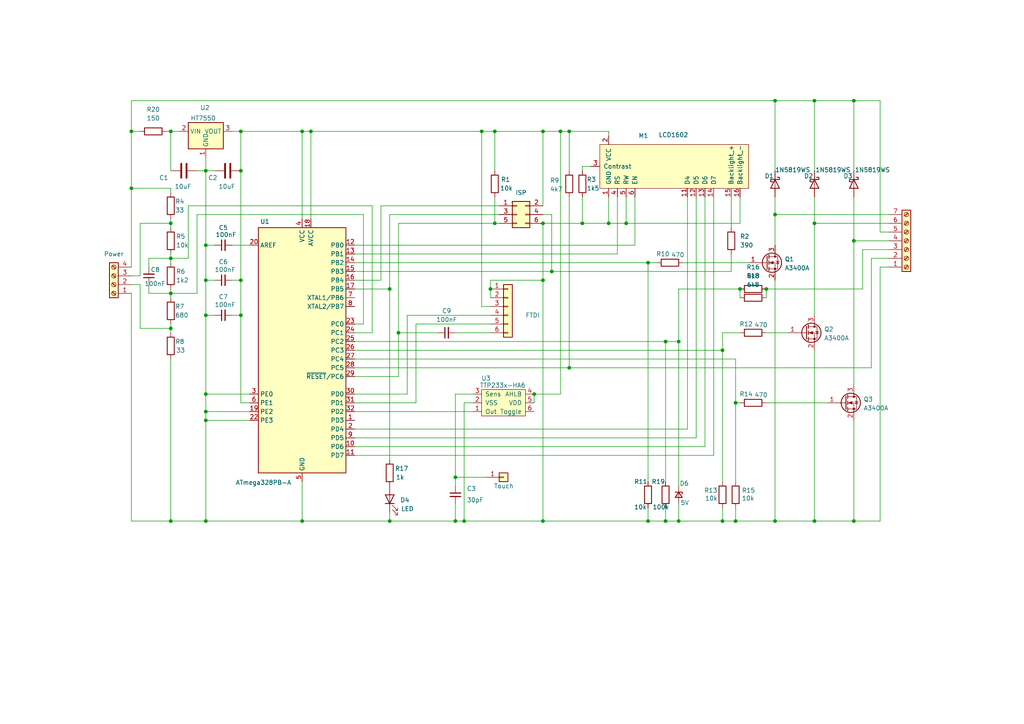
<source format=kicad_sch>
(kicad_sch (version 20231120) (generator "eeschema") (generator_version "8.0")
  (paper "A4")
  (lib_symbols
    (symbol "Connector:Screw_Terminal_01x04" (pin_names (offset 1.016) hide)
      (property "Reference" "J" (at 0 5.08 0))
      (property "Value" "Screw_Terminal_01x04" (at 0 -7.62 0))
      (symbol "Screw_Terminal_01x04_1_1"
        (rectangle (start -1.27 3.81) (end 1.27 -6.35) (stroke (width 0.254)) (fill (type background)))
        (circle (center 0 -5.08) (radius 0.635) (stroke (width 0.1524)))
        (circle (center 0 -2.54) (radius 0.635) (stroke (width 0.1524)))
        (polyline (pts (xy -0.5334 -4.7498) (xy 0.3302 -5.588)) (stroke (width 0.1524)))
        (polyline (pts (xy -0.5334 -2.2098) (xy 0.3302 -3.048)) (stroke (width 0.1524)))
        (polyline (pts (xy -0.5334 0.3302) (xy 0.3302 -0.508)) (stroke (width 0.1524)))
        (polyline (pts (xy -0.5334 2.8702) (xy 0.3302 2.032)) (stroke (width 0.1524)))
        (polyline (pts (xy -0.3556 -4.572) (xy 0.508 -5.4102)) (stroke (width 0.1524)))
        (polyline (pts (xy -0.3556 -2.032) (xy 0.508 -2.8702)) (stroke (width 0.1524)))
        (polyline (pts (xy -0.3556 0.508) (xy 0.508 -0.3302)) (stroke (width 0.1524)))
        (polyline (pts (xy -0.3556 3.048) (xy 0.508 2.2098)) (stroke (width 0.1524)))
        (circle (center 0 0) (radius 0.635) (stroke (width 0.1524)))
        (circle (center 0 2.54) (radius 0.635) (stroke (width 0.1524)))
        (pin passive line (at -5.08 2.54 0) (length 3.81) (name "Pin_1") (number "1"))
        (pin passive line (at -5.08 0 0) (length 3.81) (name "Pin_2") (number "2"))
        (pin passive line (at -5.08 -2.54 0) (length 3.81) (name "Pin_3") (number "3"))
        (pin passive line (at -5.08 -5.08 0) (length 3.81) (name "Pin_4") (number "4"))
      )
    )
    (symbol "Connector:Screw_Terminal_01x07" (pin_names (offset 1.016) hide)
      (property "Reference" "J" (at 0 10.16 0))
      (property "Value" "Screw_Terminal_01x07" (at 0 -10.16 0))
      (symbol "Screw_Terminal_01x07_1_1"
        (rectangle (start -1.27 8.89) (end 1.27 -8.89) (stroke (width 0.254)) (fill (type background)))
        (circle (center 0 -7.62) (radius 0.635) (stroke (width 0.1524)))
        (circle (center 0 -5.08) (radius 0.635) (stroke (width 0.1524)))
        (circle (center 0 -2.54) (radius 0.635) (stroke (width 0.1524)))
        (polyline (pts (xy -0.5334 -7.2898) (xy 0.3302 -8.128)) (stroke (width 0.1524)))
        (polyline (pts (xy -0.5334 -4.7498) (xy 0.3302 -5.588)) (stroke (width 0.1524)))
        (polyline (pts (xy -0.5334 -2.2098) (xy 0.3302 -3.048)) (stroke (width 0.1524)))
        (polyline (pts (xy -0.5334 0.3302) (xy 0.3302 -0.508)) (stroke (width 0.1524)))
        (polyline (pts (xy -0.5334 2.8702) (xy 0.3302 2.032)) (stroke (width 0.1524)))
        (polyline (pts (xy -0.5334 5.4102) (xy 0.3302 4.572)) (stroke (width 0.1524)))
        (polyline (pts (xy -0.5334 7.9502) (xy 0.3302 7.112)) (stroke (width 0.1524)))
        (polyline (pts (xy -0.3556 -7.112) (xy 0.508 -7.9502)) (stroke (width 0.1524)))
        (polyline (pts (xy -0.3556 -4.572) (xy 0.508 -5.4102)) (stroke (width 0.1524)))
        (polyline (pts (xy -0.3556 -2.032) (xy 0.508 -2.8702)) (stroke (width 0.1524)))
        (polyline (pts (xy -0.3556 0.508) (xy 0.508 -0.3302)) (stroke (width 0.1524)))
        (polyline (pts (xy -0.3556 3.048) (xy 0.508 2.2098)) (stroke (width 0.1524)))
        (polyline (pts (xy -0.3556 5.588) (xy 0.508 4.7498)) (stroke (width 0.1524)))
        (polyline (pts (xy -0.3556 8.128) (xy 0.508 7.2898)) (stroke (width 0.1524)))
        (circle (center 0 0) (radius 0.635) (stroke (width 0.1524)))
        (circle (center 0 2.54) (radius 0.635) (stroke (width 0.1524)))
        (circle (center 0 5.08) (radius 0.635) (stroke (width 0.1524)))
        (circle (center 0 7.62) (radius 0.635) (stroke (width 0.1524)))
        (pin passive line (at -5.08 7.62 0) (length 3.81) (name "Pin_1") (number "1"))
        (pin passive line (at -5.08 5.08 0) (length 3.81) (name "Pin_2") (number "2"))
        (pin passive line (at -5.08 2.54 0) (length 3.81) (name "Pin_3") (number "3"))
        (pin passive line (at -5.08 0 0) (length 3.81) (name "Pin_4") (number "4"))
        (pin passive line (at -5.08 -2.54 0) (length 3.81) (name "Pin_5") (number "5"))
        (pin passive line (at -5.08 -5.08 0) (length 3.81) (name "Pin_6") (number "6"))
        (pin passive line (at -5.08 -7.62 0) (length 3.81) (name "Pin_7") (number "7"))
      )
    )
    (symbol "Connector_Generic:Conn_01x01" (pin_names (offset 1.016) hide)
      (property "Reference" "J" (at 0 2.54 0))
      (property "Value" "Conn_01x01" (at 0 -2.54 0))
      (symbol "Conn_01x01_1_1"
        (rectangle (start -1.27 0.127) (end 0 -0.127) (stroke (width 0.1524)))
        (rectangle (start -1.27 1.27) (end 1.27 -1.27) (stroke (width 0.254)) (fill (type background)))
        (pin passive line (at -5.08 0 0) (length 3.81) (name "Pin_1") (number "1"))
      )
    )
    (symbol "Connector_Generic:Conn_01x06" (pin_names (offset 1.016) hide)
      (property "Reference" "J" (at 0 7.62 0))
      (property "Value" "Conn_01x06" (at 0 -10.16 0))
      (symbol "Conn_01x06_1_1"
        (rectangle (start -1.27 -7.493) (end 0 -7.747) (stroke (width 0.1524)))
        (rectangle (start -1.27 -4.953) (end 0 -5.207) (stroke (width 0.1524)))
        (rectangle (start -1.27 -2.413) (end 0 -2.667) (stroke (width 0.1524)))
        (rectangle (start -1.27 0.127) (end 0 -0.127) (stroke (width 0.1524)))
        (rectangle (start -1.27 2.667) (end 0 2.413) (stroke (width 0.1524)))
        (rectangle (start -1.27 5.207) (end 0 4.953) (stroke (width 0.1524)))
        (rectangle (start -1.27 6.35) (end 1.27 -8.89) (stroke (width 0.254)) (fill (type background)))
        (pin passive line (at -5.08 5.08 0) (length 3.81) (name "Pin_1") (number "1"))
        (pin passive line (at -5.08 2.54 0) (length 3.81) (name "Pin_2") (number "2"))
        (pin passive line (at -5.08 0 0) (length 3.81) (name "Pin_3") (number "3"))
        (pin passive line (at -5.08 -2.54 0) (length 3.81) (name "Pin_4") (number "4"))
        (pin passive line (at -5.08 -5.08 0) (length 3.81) (name "Pin_5") (number "5"))
        (pin passive line (at -5.08 -7.62 0) (length 3.81) (name "Pin_6") (number "6"))
      )
    )
    (symbol "Connector_Generic:Conn_02x03_Odd_Even" (pin_names (offset 1.016) hide)
      (property "Reference" "J" (at 1.27 5.08 0))
      (property "Value" "Conn_02x03_Odd_Even" (at 1.27 -5.08 0))
      (symbol "Conn_02x03_Odd_Even_1_1"
        (rectangle (start -1.27 -2.413) (end 0 -2.667) (stroke (width 0.1524)))
        (rectangle (start -1.27 0.127) (end 0 -0.127) (stroke (width 0.1524)))
        (rectangle (start -1.27 2.667) (end 0 2.413) (stroke (width 0.1524)))
        (rectangle (start -1.27 3.81) (end 3.81 -3.81) (stroke (width 0.254)) (fill (type background)))
        (rectangle (start 3.81 -2.413) (end 2.54 -2.667) (stroke (width 0.1524)))
        (rectangle (start 3.81 0.127) (end 2.54 -0.127) (stroke (width 0.1524)))
        (rectangle (start 3.81 2.667) (end 2.54 2.413) (stroke (width 0.1524)))
        (pin passive line (at -5.08 2.54 0) (length 3.81) (name "Pin_1") (number "1"))
        (pin passive line (at 7.62 2.54 180) (length 3.81) (name "Pin_2") (number "2"))
        (pin passive line (at -5.08 0 0) (length 3.81) (name "Pin_3") (number "3"))
        (pin passive line (at 7.62 0 180) (length 3.81) (name "Pin_4") (number "4"))
        (pin passive line (at -5.08 -2.54 0) (length 3.81) (name "Pin_5") (number "5"))
        (pin passive line (at 7.62 -2.54 180) (length 3.81) (name "Pin_6") (number "6"))
      )
    )
    (symbol "Device:C" (pin_numbers hide) (pin_names (offset 0.254))
      (property "Reference" "C" (at 0.635 2.54 0))
      (property "Value" "C" (at 0.635 -2.54 0))
      (symbol "C_0_1"
        (polyline (pts (xy -2.032 -0.762) (xy 2.032 -0.762)) (stroke (width 0.508)))
        (polyline (pts (xy -2.032 0.762) (xy 2.032 0.762)) (stroke (width 0.508)))
      )
      (symbol "C_1_1"
        (pin passive line (at 0 3.81 270) (length 2.794) (name "~") (number "1"))
        (pin passive line (at 0 -3.81 90) (length 2.794) (name "~") (number "2"))
      )
    )
    (symbol "Device:C_Small" (pin_numbers hide) (pin_names (offset 0.254) hide)
      (property "Reference" "C" (at 0.254 1.778 0))
      (property "Value" "C_Small" (at 0.254 -2.032 0))
      (symbol "C_Small_0_1"
        (polyline (pts (xy -1.524 -0.508) (xy 1.524 -0.508)) (stroke (width 0.3302)))
        (polyline (pts (xy -1.524 0.508) (xy 1.524 0.508)) (stroke (width 0.3048)))
      )
      (symbol "C_Small_1_1"
        (pin passive line (at 0 2.54 270) (length 2.032) (name "~") (number "1"))
        (pin passive line (at 0 -2.54 90) (length 2.032) (name "~") (number "2"))
      )
    )
    (symbol "Device:D_Zener_Small" (pin_numbers hide) (pin_names (offset 0.254) hide)
      (property "Reference" "D" (at 0 2.286 0))
      (property "Value" "D_Zener_Small" (at 0 -2.286 0))
      (symbol "D_Zener_Small_0_1"
        (polyline (pts (xy 0.762 0) (xy -0.762 0)))
        (polyline (pts (xy -0.254 1.016) (xy -0.762 1.016) (xy -0.762 -1.016)) (stroke (width 0.254)))
        (polyline (pts (xy 0.762 1.016) (xy -0.762 0) (xy 0.762 -1.016) (xy 0.762 1.016)) (stroke (width 0.254)))
      )
      (symbol "D_Zener_Small_1_1"
        (pin passive line (at -2.54 0 0) (length 1.778) (name "K") (number "1"))
        (pin passive line (at 2.54 0 180) (length 1.778) (name "A") (number "2"))
      )
    )
    (symbol "Device:LED" (pin_numbers hide) (pin_names (offset 1.016) hide)
      (property "Reference" "D" (at 0 2.54 0))
      (property "Value" "LED" (at 0 -2.54 0))
      (symbol "LED_0_1"
        (polyline (pts (xy -1.27 -1.27) (xy -1.27 1.27)) (stroke (width 0.254)))
        (polyline (pts (xy -1.27 0) (xy 1.27 0)))
        (polyline (pts (xy 1.27 -1.27) (xy 1.27 1.27) (xy -1.27 0) (xy 1.27 -1.27)) (stroke (width 0.254)))
        (polyline (pts (xy -3.048 -0.762) (xy -4.572 -2.286) (xy -3.81 -2.286) (xy -4.572 -2.286) (xy -4.572 -1.524)))
        (polyline (pts (xy -1.778 -0.762) (xy -3.302 -2.286) (xy -2.54 -2.286) (xy -3.302 -2.286) (xy -3.302 -1.524)))
      )
      (symbol "LED_1_1"
        (pin passive line (at -3.81 0 0) (length 2.54) (name "K") (number "1"))
        (pin passive line (at 3.81 0 180) (length 2.54) (name "A") (number "2"))
      )
    )
    (symbol "Device:Q_NMOS_GSD" (pin_names (offset 0) hide)
      (property "Reference" "Q" (at 5.08 1.27 0))
      (property "Value" "Q_NMOS_GSD" (at 5.08 -1.27 0))
      (symbol "Q_NMOS_GSD_0_1"
        (polyline (pts (xy 0.254 0) (xy -2.54 0)))
        (polyline (pts (xy 0.254 1.905) (xy 0.254 -1.905)) (stroke (width 0.254)))
        (polyline (pts (xy 0.762 -1.27) (xy 0.762 -2.286)) (stroke (width 0.254)))
        (polyline (pts (xy 0.762 0.508) (xy 0.762 -0.508)) (stroke (width 0.254)))
        (polyline (pts (xy 0.762 2.286) (xy 0.762 1.27)) (stroke (width 0.254)))
        (polyline (pts (xy 2.54 2.54) (xy 2.54 1.778)))
        (polyline (pts (xy 2.54 -2.54) (xy 2.54 0) (xy 0.762 0)))
        (polyline (pts (xy 0.762 -1.778) (xy 3.302 -1.778) (xy 3.302 1.778) (xy 0.762 1.778)))
        (polyline (pts (xy 1.016 0) (xy 2.032 0.381) (xy 2.032 -0.381) (xy 1.016 0)) (fill (type outline)))
        (polyline (pts (xy 2.794 0.508) (xy 2.921 0.381) (xy 3.683 0.381) (xy 3.81 0.254)))
        (polyline (pts (xy 3.302 0.381) (xy 2.921 -0.254) (xy 3.683 -0.254) (xy 3.302 0.381)))
        (circle (center 1.651 0) (radius 2.794) (stroke (width 0.254)))
        (circle (center 2.54 -1.778) (radius 0.254) (fill (type outline)))
        (circle (center 2.54 1.778) (radius 0.254) (fill (type outline)))
      )
      (symbol "Q_NMOS_GSD_1_1"
        (pin input line (at -5.08 0 0) (length 2.54) (name "G") (number "1"))
        (pin passive line (at 2.54 -5.08 90) (length 2.54) (name "S") (number "2"))
        (pin passive line (at 2.54 5.08 270) (length 2.54) (name "D") (number "3"))
      )
    )
    (symbol "Device:R" (pin_numbers hide) (pin_names (offset 0))
      (property "Reference" "R" (at 2.032 0 90))
      (property "Value" "R" (at 0 0 90))
      (symbol "R_0_1"
        (rectangle (start -1.016 -2.54) (end 1.016 2.54) (stroke (width 0.254)))
      )
      (symbol "R_1_1"
        (pin passive line (at 0 3.81 270) (length 1.27) (name "~") (number "1"))
        (pin passive line (at 0 -3.81 90) (length 1.27) (name "~") (number "2"))
      )
    )
    (symbol "Diode:1N5819WS" (pin_numbers hide) (pin_names (offset 1.016) hide)
      (property "Reference" "D" (at 0 2.54 0))
      (property "Value" "1N5819WS" (at 0 -2.54 0))
      (symbol "1N5819WS_0_1"
        (polyline (pts (xy 1.27 0) (xy -1.27 0)))
        (polyline (pts (xy 1.27 1.27) (xy 1.27 -1.27) (xy -1.27 0) (xy 1.27 1.27)) (stroke (width 0.254)))
        (polyline (pts (xy -1.905 0.635) (xy -1.905 1.27) (xy -1.27 1.27) (xy -1.27 -1.27) (xy -0.635 -1.27) (xy -0.635 -0.635)) (stroke (width 0.254)))
      )
      (symbol "1N5819WS_1_1"
        (pin passive line (at -3.81 0 0) (length 2.54) (name "K") (number "1"))
        (pin passive line (at 3.81 0 180) (length 2.54) (name "A") (number "2"))
      )
    )
    (symbol "MCU_Microchip_ATmega:ATmega328PB-A"
      (property "Reference" "U" (at -12.7 36.83 0))
      (property "Value" "ATmega328PB-A" (at 2.54 -36.83 0))
      (symbol "ATmega328PB-A_0_1"
        (rectangle (start -12.7 -35.56) (end 12.7 35.56) (stroke (width 0.254)) (fill (type background)))
      )
      (symbol "ATmega328PB-A_1_1"
        (pin bidirectional line (at 15.24 -20.32 180) (length 2.54) (name "PD3") (number "1"))
        (pin bidirectional line (at 15.24 -27.94 180) (length 2.54) (name "PD6") (number "10"))
        (pin bidirectional line (at 15.24 -30.48 180) (length 2.54) (name "PD7") (number "11"))
        (pin bidirectional line (at 15.24 30.48 180) (length 2.54) (name "PB0") (number "12"))
        (pin bidirectional line (at 15.24 27.94 180) (length 2.54) (name "PB1") (number "13"))
        (pin bidirectional line (at 15.24 25.4 180) (length 2.54) (name "PB2") (number "14"))
        (pin bidirectional line (at 15.24 22.86 180) (length 2.54) (name "PB3") (number "15"))
        (pin bidirectional line (at 15.24 20.32 180) (length 2.54) (name "PB4") (number "16"))
        (pin bidirectional line (at 15.24 17.78 180) (length 2.54) (name "PB5") (number "17"))
        (pin power_in line (at 2.54 38.1 270) (length 2.54) (name "AVCC") (number "18"))
        (pin bidirectional line (at -15.24 -17.78 0) (length 2.54) (name "PE2") (number "19"))
        (pin bidirectional line (at 15.24 -22.86 180) (length 2.54) (name "PD4") (number "2"))
        (pin passive line (at -15.24 30.48 0) (length 2.54) (name "AREF") (number "20"))
        (pin passive line (at 0 -38.1 90) (length 2.54) hide (name "GND") (number "21"))
        (pin bidirectional line (at -15.24 -20.32 0) (length 2.54) (name "PE3") (number "22"))
        (pin bidirectional line (at 15.24 7.62 180) (length 2.54) (name "PC0") (number "23"))
        (pin bidirectional line (at 15.24 5.08 180) (length 2.54) (name "PC1") (number "24"))
        (pin bidirectional line (at 15.24 2.54 180) (length 2.54) (name "PC2") (number "25"))
        (pin bidirectional line (at 15.24 0 180) (length 2.54) (name "PC3") (number "26"))
        (pin bidirectional line (at 15.24 -2.54 180) (length 2.54) (name "PC4") (number "27"))
        (pin bidirectional line (at 15.24 -5.08 180) (length 2.54) (name "PC5") (number "28"))
        (pin bidirectional line (at 15.24 -7.62 180) (length 2.54) (name "~{RESET}/PC6") (number "29"))
        (pin bidirectional line (at -15.24 -12.7 0) (length 2.54) (name "PE0") (number "3"))
        (pin bidirectional line (at 15.24 -12.7 180) (length 2.54) (name "PD0") (number "30"))
        (pin bidirectional line (at 15.24 -15.24 180) (length 2.54) (name "PD1") (number "31"))
        (pin bidirectional line (at 15.24 -17.78 180) (length 2.54) (name "PD2") (number "32"))
        (pin power_in line (at 0 38.1 270) (length 2.54) (name "VCC") (number "4"))
        (pin power_in line (at 0 -38.1 90) (length 2.54) (name "GND") (number "5"))
        (pin bidirectional line (at -15.24 -15.24 0) (length 2.54) (name "PE1") (number "6"))
        (pin bidirectional line (at 15.24 15.24 180) (length 2.54) (name "XTAL1/PB6") (number "7"))
        (pin bidirectional line (at 15.24 12.7 180) (length 2.54) (name "XTAL2/PB7") (number "8"))
        (pin bidirectional line (at 15.24 -25.4 180) (length 2.54) (name "PD5") (number "9"))
      )
    )
    (symbol "Regulator_Linear:HT75xx-1-SOT89"
      (property "Reference" "U" (at -5.08 -3.81 0))
      (property "Value" "HT75xx-1-SOT89" (at 0 6.35 0))
      (symbol "HT75xx-1-SOT89_0_1"
        (rectangle (start -5.08 5.08) (end 5.08 -2.54) (stroke (width 0.254)) (fill (type background)))
      )
      (symbol "HT75xx-1-SOT89_1_1"
        (pin power_in line (at 0 -5.08 90) (length 2.54) (name "GND") (number "1"))
        (pin power_in line (at -7.62 2.54 0) (length 2.54) (name "VIN") (number "2"))
        (pin power_out line (at 7.62 2.54 180) (length 2.54) (name "VOUT") (number "3"))
      )
    )
    (symbol "lcd1602:LCD1602Asp-New_Library" (pin_names (offset 1.016))
      (property "Reference" "M" (at 0 -2.54 0))
      (property "Value" "New_Library_LCD1602Asp" (at 0 0 0))
      (symbol "LCD1602Asp-New_Library_0_1"
        (rectangle (start -24.13 3.81) (end 19.05 -8.89) (fill (type background)))
      )
      (symbol "LCD1602Asp-New_Library_1_1"
        (pin power_in line (at -21.59 -11.43 90) (length 2.54) (name "GND") (number "1"))
        (pin bidirectional line (at 1.27 -11.43 90) (length 2.54) (name "D4") (number "11"))
        (pin bidirectional line (at 3.81 -11.43 90) (length 2.54) (name "D5") (number "12"))
        (pin bidirectional line (at 6.35 -11.43 90) (length 2.54) (name "D6") (number "13"))
        (pin bidirectional line (at 8.89 -11.43 90) (length 2.54) (name "D7") (number "14"))
        (pin input line (at 13.97 -11.43 90) (length 2.54) (name "Backlight_+") (number "15"))
        (pin input line (at 16.51 -11.43 90) (length 2.54) (name "Backlight_-") (number "16"))
        (pin power_in line (at -21.59 6.35 270) (length 2.54) (name "VCC") (number "2"))
        (pin input line (at -26.67 -2.54 0) (length 2.54) (name "Contrast") (number "3"))
        (pin input line (at -19.05 -11.43 90) (length 2.54) (name "RS") (number "4"))
        (pin input line (at -16.51 -11.43 90) (length 2.54) (name "RW") (number "5"))
        (pin input line (at -13.97 -11.43 90) (length 2.54) (name "EN") (number "6"))
      )
    )
    (symbol "tfl_ttp233x-HA6:TTP233x-HA6-New_Library" (pin_names (offset 1.016))
      (property "Reference" "U" (at 0 7.62 0))
      (property "Value" "New_Library_TTP233x-HA6" (at 0 5.08 0))
      (symbol "TTP233x-HA6-New_Library_0_1"
        (polyline (pts (xy -6.35 3.81) (xy -6.35 -3.81) (xy 6.35 -3.81) (xy 6.35 3.81) (xy -6.35 3.81)) (fill (type background)))
      )
      (symbol "TTP233x-HA6-New_Library_1_1"
        (pin output line (at -8.89 2.54 0) (length 2.54) (name "Out") (number "1"))
        (pin power_in line (at -8.89 0 0) (length 2.54) (name "VSS") (number "2"))
        (pin input line (at -8.89 -2.54 0) (length 2.54) (name "Sens") (number "3"))
        (pin input line (at 8.89 -2.54 180) (length 2.54) (name "AHLB") (number "4"))
        (pin power_in line (at 8.89 0 180) (length 2.54) (name "VDD") (number "5"))
        (pin input line (at 8.89 2.54 180) (length 2.54) (name "Toggle") (number "6"))
      )
    )
  )
  (junction (at 59.69 81.28))
  (junction (at 214.63 83.82))
  (junction (at 49.53 74.93))
  (junction (at 193.04 151.13))
  (junction (at 160.02 78.74))
  (junction (at 247.65 151.13))
  (junction (at 139.7 38.1))
  (junction (at 247.65 29.21))
  (junction (at 209.55 101.6))
  (junction (at 247.65 69.85))
  (junction (at 59.69 71.12))
  (junction (at 157.48 38.1))
  (junction (at 176.53 64.77))
  (junction (at 87.63 151.13))
  (junction (at 165.1 38.1))
  (junction (at 59.69 151.13))
  (junction (at 143.51 38.1))
  (junction (at 132.08 151.13))
  (junction (at 209.55 151.13))
  (junction (at 59.69 119.38))
  (junction (at 132.08 138.43))
  (junction (at 49.53 151.13))
  (junction (at 87.63 38.1))
  (junction (at 236.22 151.13))
  (junction (at 49.53 85.09))
  (junction (at 90.17 38.1))
  (junction (at 187.96 151.13))
  (junction (at 224.79 151.13))
  (junction (at 224.79 29.21))
  (junction (at 49.53 64.77))
  (junction (at 113.03 151.13))
  (junction (at 181.61 64.77))
  (junction (at 49.53 38.1))
  (junction (at 165.1 106.68))
  (junction (at 59.69 121.92))
  (junction (at 157.48 151.13))
  (junction (at 236.22 29.21))
  (junction (at 69.85 38.1))
  (junction (at 157.48 64.77))
  (junction (at 134.62 151.13))
  (junction (at 222.25 83.82))
  (junction (at 187.96 76.2))
  (junction (at 59.69 114.3))
  (junction (at 157.48 81.28))
  (junction (at 59.69 49.53))
  (junction (at 193.04 99.06))
  (junction (at 49.53 95.25))
  (junction (at 38.1 54.61))
  (junction (at 224.79 62.23))
  (junction (at 236.22 64.77))
  (junction (at 142.24 83.82))
  (junction (at 213.36 116.84))
  (junction (at 69.85 91.44))
  (junction (at 38.1 38.1))
  (junction (at 69.85 49.53))
  (junction (at 168.91 64.77))
  (junction (at 59.69 91.44))
  (junction (at 196.85 151.13))
  (junction (at 115.57 96.52))
  (junction (at 196.85 99.06))
  (junction (at 162.56 38.1))
  (junction (at 213.36 151.13))
  (junction (at 113.03 83.82))
  (junction (at 154.94 114.3))
  (junction (at 143.51 64.77))
  (junction (at 69.85 81.28))
  (wire (pts (xy 132.08 138.43) (xy 132.08 140.97)))
  (wire (pts (xy 69.85 38.1) (xy 87.63 38.1)))
  (wire (pts (xy 49.53 104.14) (xy 49.53 151.13)))
  (wire (pts (xy 49.53 85.09) (xy 49.53 86.36)))
  (wire (pts (xy 49.53 74.93) (xy 49.53 76.2)))
  (wire (pts (xy 49.53 73.66) (xy 49.53 74.93)))
  (wire (pts (xy 49.53 93.98) (xy 49.53 95.25)))
  (wire (pts (xy 154.94 114.3) (xy 162.56 114.3)))
  (wire (pts (xy 257.81 77.47) (xy 255.27 77.47)))
  (wire (pts (xy 102.87 127) (xy 201.93 127)))
  (wire (pts (xy 49.53 38.1) (xy 52.07 38.1)))
  (wire (pts (xy 222.25 96.52) (xy 228.6 96.52)))
  (wire (pts (xy 209.55 101.6) (xy 209.55 139.7)))
  (wire (pts (xy 157.48 81.28) (xy 157.48 151.13)))
  (wire (pts (xy 157.48 59.69) (xy 157.48 38.1)))
  (wire (pts (xy 40.64 95.25) (xy 49.53 95.25)))
  (wire (pts (xy 113.03 83.82) (xy 102.87 83.82)))
  (wire (pts (xy 57.15 85.09) (xy 57.15 62.23)))
  (wire (pts (xy 54.61 74.93) (xy 54.61 59.69)))
  (wire (pts (xy 102.87 106.68) (xy 165.1 106.68)))
  (wire (pts (xy 247.65 151.13) (xy 236.22 151.13)))
  (wire (pts (xy 102.87 99.06) (xy 193.04 99.06)))
  (wire (pts (xy 247.65 121.92) (xy 247.65 151.13)))
  (wire (pts (xy 154.94 114.3) (xy 154.94 116.84)))
  (wire (pts (xy 59.69 49.53) (xy 59.69 71.12)))
  (wire (pts (xy 236.22 29.21) (xy 224.79 29.21)))
  (wire (pts (xy 224.79 62.23) (xy 224.79 71.12)))
  (wire (pts (xy 113.03 148.59) (xy 113.03 151.13)))
  (wire (pts (xy 222.25 83.82) (xy 222.25 86.36)))
  (wire (pts (xy 139.7 38.1) (xy 143.51 38.1)))
  (wire (pts (xy 102.87 81.28) (xy 110.49 81.28)))
  (wire (pts (xy 62.23 49.53) (xy 59.69 49.53)))
  (wire (pts (xy 107.95 96.52) (xy 102.87 96.52)))
  (wire (pts (xy 214.63 64.77) (xy 214.63 57.15)))
  (wire (pts (xy 224.79 57.15) (xy 224.79 62.23)))
  (wire (pts (xy 236.22 151.13) (xy 224.79 151.13)))
  (wire (pts (xy 115.57 96.52) (xy 127 96.52)))
  (wire (pts (xy 139.7 88.9) (xy 139.7 38.1)))
  (wire (pts (xy 157.48 62.23) (xy 160.02 62.23)))
  (wire (pts (xy 143.51 38.1) (xy 157.48 38.1)))
  (wire (pts (xy 168.91 57.15) (xy 168.91 64.77)))
  (wire (pts (xy 38.1 85.09) (xy 38.1 151.13)))
  (wire (pts (xy 118.11 114.3) (xy 118.11 91.44)))
  (wire (pts (xy 196.85 99.06) (xy 196.85 83.82)))
  (wire (pts (xy 255.27 151.13) (xy 247.65 151.13)))
  (wire (pts (xy 102.87 109.22) (xy 115.57 109.22)))
  (wire (pts (xy 59.69 81.28) (xy 59.69 91.44)))
  (wire (pts (xy 142.24 83.82) (xy 142.24 81.28)))
  (wire (pts (xy 165.1 49.53) (xy 165.1 38.1)))
  (wire (pts (xy 157.48 64.77) (xy 157.48 81.28)))
  (wire (pts (xy 176.53 38.1) (xy 176.53 39.37)))
  (wire (pts (xy 247.65 69.85) (xy 257.81 69.85)))
  (wire (pts (xy 90.17 38.1) (xy 139.7 38.1)))
  (wire (pts (xy 113.03 151.13) (xy 132.08 151.13)))
  (wire (pts (xy 171.45 48.26) (xy 168.91 48.26)))
  (wire (pts (xy 247.65 29.21) (xy 236.22 29.21)))
  (wire (pts (xy 87.63 151.13) (xy 87.63 139.7)))
  (wire (pts (xy 247.65 49.53) (xy 247.65 29.21)))
  (wire (pts (xy 62.23 71.12) (xy 59.69 71.12)))
  (wire (pts (xy 87.63 151.13) (xy 113.03 151.13)))
  (wire (pts (xy 162.56 38.1) (xy 165.1 38.1)))
  (wire (pts (xy 38.1 38.1) (xy 38.1 29.21)))
  (wire (pts (xy 236.22 64.77) (xy 236.22 91.44)))
  (wire (pts (xy 193.04 99.06) (xy 196.85 99.06)))
  (wire (pts (xy 38.1 80.01) (xy 40.64 80.01)))
  (wire (pts (xy 59.69 121.92) (xy 59.69 151.13)))
  (wire (pts (xy 38.1 54.61) (xy 38.1 38.1)))
  (wire (pts (xy 193.04 99.06) (xy 193.04 139.7)))
  (wire (pts (xy 252.73 106.68) (xy 252.73 74.93)))
  (wire (pts (xy 49.53 151.13) (xy 59.69 151.13)))
  (wire (pts (xy 59.69 71.12) (xy 59.69 81.28)))
  (wire (pts (xy 247.65 57.15) (xy 247.65 69.85)))
  (wire (pts (xy 102.87 78.74) (xy 160.02 78.74)))
  (wire (pts (xy 142.24 83.82) (xy 142.24 86.36)))
  (wire (pts (xy 107.95 59.69) (xy 107.95 96.52)))
  (wire (pts (xy 157.48 151.13) (xy 187.96 151.13)))
  (wire (pts (xy 102.87 114.3) (xy 118.11 114.3)))
  (wire (pts (xy 255.27 29.21) (xy 255.27 67.31)))
  (wire (pts (xy 209.55 96.52) (xy 209.55 101.6)))
  (wire (pts (xy 40.64 64.77) (xy 49.53 64.77)))
  (wire (pts (xy 187.96 76.2) (xy 187.96 139.7)))
  (wire (pts (xy 142.24 88.9) (xy 139.7 88.9)))
  (wire (pts (xy 247.65 69.85) (xy 247.65 111.76)))
  (wire (pts (xy 207.01 132.08) (xy 207.01 57.15)))
  (wire (pts (xy 113.03 83.82) (xy 113.03 133.35)))
  (wire (pts (xy 214.63 83.82) (xy 214.63 86.36)))
  (wire (pts (xy 209.55 151.13) (xy 196.85 151.13)))
  (wire (pts (xy 102.87 73.66) (xy 179.07 73.66)))
  (wire (pts (xy 162.56 38.1) (xy 162.56 114.3)))
  (wire (pts (xy 38.1 29.21) (xy 224.79 29.21)))
  (wire (pts (xy 120.65 116.84) (xy 120.65 93.98)))
  (wire (pts (xy 102.87 116.84) (xy 120.65 116.84)))
  (wire (pts (xy 250.19 72.39) (xy 257.81 72.39)))
  (wire (pts (xy 38.1 38.1) (xy 40.64 38.1)))
  (wire (pts (xy 120.65 93.98) (xy 142.24 93.98)))
  (wire (pts (xy 59.69 151.13) (xy 87.63 151.13)))
  (wire (pts (xy 40.64 80.01) (xy 40.64 64.77)))
  (wire (pts (xy 102.87 132.08) (xy 207.01 132.08)))
  (wire (pts (xy 57.15 49.53) (xy 59.69 49.53)))
  (wire (pts (xy 62.23 81.28) (xy 59.69 81.28)))
  (wire (pts (xy 193.04 151.13) (xy 187.96 151.13)))
  (wire (pts (xy 252.73 74.93) (xy 257.81 74.93)))
  (wire (pts (xy 204.47 129.54) (xy 204.47 57.15)))
  (wire (pts (xy 157.48 38.1) (xy 162.56 38.1)))
  (wire (pts (xy 105.41 62.23) (xy 105.41 93.98)))
  (wire (pts (xy 90.17 38.1) (xy 90.17 63.5)))
  (wire (pts (xy 69.85 81.28) (xy 69.85 91.44)))
  (wire (pts (xy 212.09 73.66) (xy 212.09 78.74)))
  (wire (pts (xy 49.53 74.93) (xy 43.18 74.93)))
  (wire (pts (xy 213.36 116.84) (xy 213.36 139.7)))
  (wire (pts (xy 255.27 77.47) (xy 255.27 151.13)))
  (wire (pts (xy 43.18 85.09) (xy 49.53 85.09)))
  (wire (pts (xy 43.18 74.93) (xy 43.18 77.47)))
  (wire (pts (xy 49.53 64.77) (xy 49.53 66.04)))
  (wire (pts (xy 49.53 95.25) (xy 49.53 96.52)))
  (wire (pts (xy 54.61 59.69) (xy 107.95 59.69)))
  (wire (pts (xy 193.04 147.32) (xy 193.04 151.13)))
  (wire (pts (xy 187.96 76.2) (xy 190.5 76.2)))
  (wire (pts (xy 236.22 49.53) (xy 236.22 29.21)))
  (wire (pts (xy 160.02 62.23) (xy 160.02 78.74)))
  (wire (pts (xy 196.85 146.05) (xy 196.85 151.13)))
  (wire (pts (xy 224.79 81.28) (xy 224.79 151.13)))
  (wire (pts (xy 57.15 62.23) (xy 105.41 62.23)))
  (wire (pts (xy 59.69 45.72) (xy 59.69 49.53)))
  (wire (pts (xy 181.61 57.15) (xy 181.61 64.77)))
  (wire (pts (xy 59.69 114.3) (xy 72.39 114.3)))
  (wire (pts (xy 59.69 121.92) (xy 72.39 121.92)))
  (wire (pts (xy 132.08 151.13) (xy 134.62 151.13)))
  (wire (pts (xy 236.22 57.15) (xy 236.22 64.77)))
  (wire (pts (xy 213.36 151.13) (xy 209.55 151.13)))
  (wire (pts (xy 48.26 38.1) (xy 49.53 38.1)))
  (wire (pts (xy 212.09 57.15) (xy 212.09 66.04)))
  (wire (pts (xy 134.62 151.13) (xy 157.48 151.13)))
  (wire (pts (xy 49.53 63.5) (xy 49.53 64.77)))
  (wire (pts (xy 213.36 147.32) (xy 213.36 151.13)))
  (wire (pts (xy 69.85 116.84) (xy 69.85 91.44)))
  (wire (pts (xy 38.1 82.55) (xy 40.64 82.55)))
  (wire (pts (xy 69.85 91.44) (xy 67.31 91.44)))
  (wire (pts (xy 115.57 96.52) (xy 115.57 109.22)))
  (wire (pts (xy 38.1 54.61) (xy 49.53 54.61)))
  (wire (pts (xy 62.23 91.44) (xy 59.69 91.44)))
  (wire (pts (xy 187.96 147.32) (xy 187.96 151.13)))
  (wire (pts (xy 132.08 114.3) (xy 137.16 114.3)))
  (wire (pts (xy 69.85 49.53) (xy 69.85 81.28)))
  (wire (pts (xy 144.78 62.23) (xy 113.03 62.23)))
  (wire (pts (xy 160.02 78.74) (xy 212.09 78.74)))
  (wire (pts (xy 144.78 64.77) (xy 143.51 64.77)))
  (wire (pts (xy 213.36 116.84) (xy 214.63 116.84)))
  (wire (pts (xy 102.87 124.46) (xy 199.39 124.46)))
  (wire (pts (xy 134.62 116.84) (xy 134.62 151.13)))
  (wire (pts (xy 201.93 127) (xy 201.93 57.15)))
  (wire (pts (xy 132.08 146.05) (xy 132.08 151.13)))
  (wire (pts (xy 67.31 38.1) (xy 69.85 38.1)))
  (wire (pts (xy 49.53 49.53) (xy 49.53 38.1)))
  (wire (pts (xy 209.55 147.32) (xy 209.55 151.13)))
  (wire (pts (xy 222.25 116.84) (xy 240.03 116.84)))
  (wire (pts (xy 72.39 116.84) (xy 69.85 116.84)))
  (wire (pts (xy 110.49 59.69) (xy 144.78 59.69)))
  (wire (pts (xy 157.48 64.77) (xy 168.91 64.77)))
  (wire (pts (xy 87.63 38.1) (xy 90.17 38.1)))
  (wire (pts (xy 59.69 119.38) (xy 72.39 119.38)))
  (wire (pts (xy 224.79 62.23) (xy 257.81 62.23)))
  (wire (pts (xy 67.31 81.28) (xy 69.85 81.28)))
  (wire (pts (xy 247.65 29.21) (xy 255.27 29.21)))
  (wire (pts (xy 209.55 96.52) (xy 214.63 96.52)))
  (wire (pts (xy 196.85 151.13) (xy 193.04 151.13)))
  (wire (pts (xy 142.24 81.28) (xy 157.48 81.28)))
  (wire (pts (xy 165.1 57.15) (xy 165.1 106.68)))
  (wire (pts (xy 49.53 54.61) (xy 49.53 55.88)))
  (wire (pts (xy 59.69 91.44) (xy 59.69 114.3)))
  (wire (pts (xy 115.57 64.77) (xy 115.57 96.52)))
  (wire (pts (xy 255.27 67.31) (xy 257.81 67.31)))
  (wire (pts (xy 196.85 83.82) (xy 214.63 83.82)))
  (wire (pts (xy 165.1 106.68) (xy 252.73 106.68)))
  (wire (pts (xy 102.87 119.38) (xy 137.16 119.38)))
  (wire (pts (xy 176.53 64.77) (xy 181.61 64.77)))
  (wire (pts (xy 87.63 38.1) (xy 87.63 63.5)))
  (wire (pts (xy 143.51 38.1) (xy 143.51 49.53)))
  (wire (pts (xy 165.1 38.1) (xy 176.53 38.1)))
  (wire (pts (xy 118.11 91.44) (xy 142.24 91.44)))
  (wire (pts (xy 113.03 62.23) (xy 113.03 83.82)))
  (wire (pts (xy 43.18 82.55) (xy 43.18 85.09)))
  (wire (pts (xy 181.61 64.77) (xy 214.63 64.77)))
  (wire (pts (xy 198.12 76.2) (xy 217.17 76.2)))
  (wire (pts (xy 59.69 114.3) (xy 59.69 119.38)))
  (wire (pts (xy 67.31 71.12) (xy 72.39 71.12)))
  (wire (pts (xy 168.91 48.26) (xy 168.91 49.53)))
  (wire (pts (xy 213.36 116.84) (xy 213.36 104.14)))
  (wire (pts (xy 224.79 151.13) (xy 213.36 151.13)))
  (wire (pts (xy 69.85 38.1) (xy 69.85 49.53)))
  (wire (pts (xy 137.16 116.84) (xy 134.62 116.84)))
  (wire (pts (xy 179.07 73.66) (xy 179.07 57.15)))
  (wire (pts (xy 168.91 64.77) (xy 176.53 64.77)))
  (wire (pts (xy 102.87 76.2) (xy 187.96 76.2)))
  (wire (pts (xy 102.87 71.12) (xy 184.15 71.12)))
  (wire (pts (xy 184.15 71.12) (xy 184.15 57.15)))
  (wire (pts (xy 224.79 49.53) (xy 224.79 29.21)))
  (wire (pts (xy 59.69 119.38) (xy 59.69 121.92)))
  (wire (pts (xy 110.49 59.69) (xy 110.49 81.28)))
  (wire (pts (xy 38.1 77.47) (xy 38.1 54.61)))
  (wire (pts (xy 196.85 99.06) (xy 196.85 140.97)))
  (wire (pts (xy 199.39 57.15) (xy 199.39 124.46)))
  (wire (pts (xy 176.53 57.15) (xy 176.53 64.77)))
  (wire (pts (xy 49.53 74.93) (xy 54.61 74.93)))
  (wire (pts (xy 236.22 101.6) (xy 236.22 151.13)))
  (wire (pts (xy 132.08 96.52) (xy 142.24 96.52)))
  (wire (pts (xy 40.64 82.55) (xy 40.64 95.25)))
  (wire (pts (xy 222.25 83.82) (xy 250.19 83.82)))
  (wire (pts (xy 102.87 129.54) (xy 204.47 129.54)))
  (wire (pts (xy 49.53 83.82) (xy 49.53 85.09)))
  (wire (pts (xy 115.57 64.77) (xy 143.51 64.77)))
  (wire (pts (xy 102.87 104.14) (xy 213.36 104.14)))
  (wire (pts (xy 38.1 151.13) (xy 49.53 151.13)))
  (wire (pts (xy 132.08 114.3) (xy 132.08 138.43)))
  (wire (pts (xy 102.87 101.6) (xy 209.55 101.6)))
  (wire (pts (xy 105.41 93.98) (xy 102.87 93.98)))
  (wire (pts (xy 250.19 83.82) (xy 250.19 72.39)))
  (wire (pts (xy 49.53 85.09) (xy 57.15 85.09)))
  (wire (pts (xy 257.81 64.77) (xy 236.22 64.77)))
  (wire (pts (xy 132.08 138.43) (xy 140.97 138.43)))
  (wire (pts (xy 143.51 57.15) (xy 143.51 64.77)))
  (symbol (lib_id "Device:C") (at 66.04 49.53 90) (unit 1)
    (property "Reference" "C2" (at 61.722 51.562 90))
    (property "Value" "10uF" (at 65.786 54.102 90))
    (property "Footprint" "Capacitor_SMD:C_0603_1608Metric" (effects (hide yes)))
    (property "Description" "Unpolarized capacitor" (effects (hide yes)))
    (property "LCSC" "C19702" (effects (hide yes)))
  )
  (symbol (lib_id "Connector:Screw_Terminal_01x04") (at 33.02 82.55 180) (unit 1) (in_bom no)
    (property "Reference" "J4" (effects (hide yes)))
    (property "Value" "Power" (at 33.02 73.66 0))
    (property "Footprint" "TerminalBlock_Phoenix:TerminalBlock_Phoenix_MKDS-1,5-4_1x04_P5.00mm_Horizontal" (effects (hide yes)))
    (property "Description" "Generic screw terminal, single row, 01x04, script generated (kicad-library-utils/schlib/autogen/connector/)" (effects (hide yes)))
  )
  (symbol (lib_id "Regulator_Linear:HT75xx-1-SOT89") (at 59.69 40.64 0) (unit 1)
    (property "Reference" "U2" (at 59.436 31.242 0))
    (property "Value" "HT7550" (at 58.928 34.29 0))
    (property "Footprint" "Package_TO_SOT_SMD:SOT-89-3" (effects (hide yes)))
    (property "Datasheet" "https://www.holtek.com/documents/10179/116711/HT75xx-1v250.pdf" (effects (hide yes)))
    (property "Description" "100mA Low Dropout Voltage Regulator, Fixed Output, SOT89" (effects (hide yes)))
    (property "LCSC" "C16106" (effects (hide yes)))
  )
  (symbol (lib_id "Device:R") (at 194.31 76.2 90) (unit 1)
    (property "Reference" "R10" (at 192.278 73.66 90))
    (property "Value" "470" (at 196.596 73.914 90))
    (property "Footprint" "Resistor_SMD:R_0603_1608Metric" (effects (hide yes)))
    (property "Description" "Resistor" (effects (hide yes)))
    (property "LCSC" "C23179" (effects (hide yes)))
  )
  (symbol (lib_id "Diode:1N5819WS") (at 247.65 53.34 270) (unit 1)
    (property "Reference" "D3" (at 244.602 51.054 90) (effects (justify left)))
    (property "Value" "1N5819WS" (at 247.904 49.276 90) (effects (justify left)))
    (property "Footprint" "Diode_SMD:D_SOD-323" (effects (hide yes)))
    (property "Datasheet" "https://datasheet.lcsc.com/lcsc/2204281430_Guangdong-Hottech-1N5819WS_C191023.pdf" (effects (hide yes)))
    (property "Description" "40V 600mV@1A 1A SOD-323 Schottky Barrier Diodes, SOD-323" (effects (hide yes)))
    (property "LCSC" "C191023" (effects (hide yes)))
  )
  (symbol (lib_id "Connector:Screw_Terminal_01x07") (at 262.89 69.85 0) (mirror x) (unit 1)
    (property "Reference" "J7" (effects (hide yes)))
    (property "Value" "Screw_Terminal_01x07" (effects (hide yes)))
    (property "Footprint" "TerminalBlock_Phoenix:TerminalBlock_Phoenix_MKDS-1,5-7_1x07_P5.00mm_Horizontal" (effects (hide yes)))
    (property "Description" "Generic screw terminal, single row, 01x07, script generated (kicad-library-utils/schlib/autogen/connector/)" (effects (hide yes)))
  )
  (symbol (lib_id "Device:R") (at 49.53 69.85 0) (unit 1)
    (property "Reference" "R5" (at 51.054 68.58 0) (effects (justify left)))
    (property "Value" "10k" (at 51.054 71.12 0) (effects (justify left)))
    (property "Footprint" "Resistor_SMD:R_0603_1608Metric" (effects (hide yes)))
    (property "Description" "Resistor" (effects (hide yes)))
    (property "LCSC" "C25804" (effects (hide yes)))
  )
  (symbol (lib_id "Device:R") (at 193.04 143.51 0) (unit 1)
    (property "Reference" "R19" (at 188.976 139.7 0) (effects (justify left)))
    (property "Value" "100k" (at 189.23 147.066 0) (effects (justify left)))
    (property "Footprint" "Resistor_SMD:R_0603_1608Metric" (effects (hide yes)))
    (property "Description" "Resistor" (effects (hide yes)))
    (property "LCSC" "C25803" (effects (hide yes)))
  )
  (symbol (lib_id "Device:LED") (at 113.03 144.78 90) (unit 1) (in_bom no)
    (property "Reference" "D4" (at 116.078 145.034 90) (effects (justify right)))
    (property "Value" "LED" (at 116.332 147.574 90) (effects (justify right)))
    (property "Footprint" "LED_THT:LED_D3.0mm" (effects (hide yes)))
    (property "Description" "Light emitting diode" (effects (hide yes)))
  )
  (symbol (lib_id "Device:R") (at 209.55 143.51 0) (unit 1)
    (property "Reference" "R13" (at 204.216 142.24 0) (effects (justify left)))
    (property "Value" "10k" (at 204.47 144.526 0) (effects (justify left)))
    (property "Footprint" "Resistor_SMD:R_0603_1608Metric" (effects (hide yes)))
    (property "Description" "Resistor" (effects (hide yes)))
    (property "LCSC" "C25804" (effects (hide yes)))
  )
  (symbol (lib_id "Device:C_Small") (at 132.08 143.51 0) (unit 1)
    (property "Reference" "C3" (at 135.382 141.732 0) (effects (justify left)))
    (property "Value" "30pF" (at 135.382 145.034 0) (effects (justify left)))
    (property "Footprint" "Capacitor_SMD:C_0603_1608Metric" (effects (hide yes)))
    (property "Description" "Unpolarized capacitor, small symbol" (effects (hide yes)))
    (property "LCSC" "C1658" (effects (hide yes)))
  )
  (symbol (lib_id "Connector_Generic:Conn_02x03_Odd_Even") (at 149.86 62.23 0) (unit 1) (in_bom no)
    (property "Reference" "J1" (effects (hide yes)))
    (property "Value" "ISP" (at 151.13 55.88 0))
    (property "Footprint" "Connector_PinHeader_2.54mm:PinHeader_2x03_P2.54mm_Vertical" (effects (hide yes)))
    (property "Description" "Generic connector, double row, 02x03, odd/even pin numbering scheme (row 1 odd numbers, row 2 even numbers), script generated (kicad-library-utils/schlib/autogen/connector/)" (effects (hide yes)))
  )
  (symbol (lib_id "Device:R") (at 44.45 38.1 90) (unit 1)
    (property "Reference" "R20" (at 44.45 31.75 90))
    (property "Value" "150" (at 44.45 34.29 90))
    (property "Footprint" "Resistor_SMD:R_0805_2012Metric" (effects (hide yes)))
    (property "Description" "Resistor" (effects (hide yes)))
    (property "LCSC" "C17471" (effects (hide yes)))
  )
  (symbol (lib_id "Diode:1N5819WS") (at 224.79 53.34 270) (unit 1)
    (property "Reference" "D1" (at 221.742 51.054 90) (effects (justify left)))
    (property "Value" "1N5819WS" (at 224.79 49.276 90) (effects (justify left)))
    (property "Footprint" "Diode_SMD:D_SOD-323" (effects (hide yes)))
    (property "Datasheet" "https://datasheet.lcsc.com/lcsc/2204281430_Guangdong-Hottech-1N5819WS_C191023.pdf" (effects (hide yes)))
    (property "Description" "40V 600mV@1A 1A SOD-323 Schottky Barrier Diodes, SOD-323" (effects (hide yes)))
    (property "LCSC" "C191023" (effects (hide yes)))
  )
  (symbol (lib_id "Device:R") (at 187.96 143.51 0) (unit 1)
    (property "Reference" "R11" (at 183.896 139.7 0) (effects (justify left)))
    (property "Value" "10k" (at 183.896 147.066 0) (effects (justify left)))
    (property "Footprint" "Resistor_SMD:R_0603_1608Metric" (effects (hide yes)))
    (property "Description" "Resistor" (effects (hide yes)))
    (property "LCSC" "C25804" (effects (hide yes)))
  )
  (symbol (lib_id "Device:C_Small") (at 64.77 71.12 90) (unit 1)
    (property "Reference" "C5" (at 64.77 66.04 90))
    (property "Value" "100nF" (at 65.532 68.072 90))
    (property "Footprint" "Capacitor_SMD:C_0603_1608Metric" (effects (hide yes)))
    (property "Description" "Unpolarized capacitor, small symbol" (effects (hide yes)))
    (property "LCSC" "C14663" (effects (hide yes)))
  )
  (symbol (lib_id "Device:R") (at 113.03 137.16 0) (unit 1)
    (property "Reference" "R17" (at 114.554 135.89 0) (effects (justify left)))
    (property "Value" "1k" (at 114.808 138.43 0) (effects (justify left)))
    (property "Footprint" "Resistor_SMD:R_0603_1608Metric" (effects (hide yes)))
    (property "Description" "Resistor" (effects (hide yes)))
    (property "LCSC" "C21190" (effects (hide yes)))
  )
  (symbol (lib_id "Device:C") (at 53.34 49.53 90) (unit 1)
    (property "Reference" "C1" (at 47.498 51.562 90))
    (property "Value" "10uF" (at 53.086 54.102 90))
    (property "Footprint" "Capacitor_SMD:C_0805_2012Metric" (effects (hide yes)))
    (property "Description" "Unpolarized capacitor" (effects (hide yes)))
    (property "LCSC" "C440198" (effects (hide yes)))
  )
  (symbol (lib_id "Device:R") (at 218.44 83.82 90) (unit 1)
    (property "Reference" "R16" (at 218.44 77.47 90))
    (property "Value" "6k8" (at 218.44 80.01 90))
    (property "Footprint" "Resistor_SMD:R_0603_1608Metric" (effects (hide yes)))
    (property "Description" "Resistor" (effects (hide yes)))
    (property "LCSC" "C23212" (effects (hide yes)))
  )
  (symbol (lib_id "Device:R") (at 218.44 86.36 90) (unit 1)
    (property "Reference" "R18" (at 218.44 80.01 90))
    (property "Value" "6k8" (at 218.44 82.55 90))
    (property "Footprint" "Resistor_SMD:R_0603_1608Metric" (effects (hide yes)))
    (property "Description" "Resistor" (effects (hide yes)))
    (property "LCSC" "C23212" (effects (hide yes)))
  )
  (symbol (lib_id "Device:R") (at 212.09 69.85 180) (unit 1)
    (property "Reference" "R2" (at 214.63 68.5799 0) (effects (justify right)))
    (property "Value" "390" (at 214.63 71.1199 0) (effects (justify right)))
    (property "Footprint" "Resistor_SMD:R_0603_1608Metric" (effects (hide yes)))
    (property "Description" "Resistor" (effects (hide yes)))
    (property "LCSC" "C23151" (effects (hide yes)))
  )
  (symbol (lib_id "Device:D_Zener_Small") (at 196.85 143.51 270) (unit 1)
    (property "Reference" "D6" (at 197.104 140.208 90) (effects (justify left)))
    (property "Value" "5V" (at 197.358 145.796 90) (effects (justify left)))
    (property "Footprint" "Diode_SMD:D_SOD-123" (effects (hide yes)))
    (property "Description" "Zener diode, small symbol" (effects (hide yes)))
    (property "LCSC" "C2759896" (effects (hide yes)))
  )
  (symbol (lib_id "Device:R") (at 218.44 96.52 90) (unit 1)
    (property "Reference" "R12" (at 216.408 93.98 90))
    (property "Value" "470" (at 220.726 94.234 90))
    (property "Footprint" "Resistor_SMD:R_0603_1608Metric" (effects (hide yes)))
    (property "Description" "Resistor" (effects (hide yes)))
    (property "LCSC" "C23179" (effects (hide yes)))
  )
  (symbol (lib_id "tfl_ttp233x-HA6:TTP233x-HA6-New_Library") (at 146.05 116.84 0) (mirror x) (unit 1)
    (property "Reference" "U3" (at 140.97 109.728 0))
    (property "Value" "TTP233x-HA6" (at 145.796 111.76 0))
    (property "Footprint" "Package_TO_SOT_SMD:SOT-23-6" (effects (hide yes)))
    (property "LCSC" "C2835626" (effects (hide yes)))
  )
  (symbol (lib_id "Device:Q_NMOS_GSD") (at 222.25 76.2 0) (unit 1)
    (property "Reference" "Q1" (at 227.584 75.184 0) (effects (justify left)))
    (property "Value" "A3400A" (at 227.584 77.724 0) (effects (justify left)))
    (property "Footprint" "Package_TO_SOT_SMD:SOT-23" (effects (hide yes)))
    (property "Description" "C20917" (effects (hide yes)))
    (property "LCSC" "C20917" (effects (hide yes)))
  )
  (symbol (lib_id "Device:C_Small") (at 129.54 96.52 90) (unit 1)
    (property "Reference" "C9" (at 129.5463 90.17 90))
    (property "Value" "100nF" (at 129.5463 92.71 90))
    (property "Footprint" "Capacitor_SMD:C_0603_1608Metric" (effects (hide yes)))
    (property "Description" "Unpolarized capacitor, small symbol" (effects (hide yes)))
    (property "LCSC" "C14663" (effects (hide yes)))
  )
  (symbol (lib_id "Device:R") (at 49.53 80.01 0) (unit 1)
    (property "Reference" "R6" (at 51.054 78.74 0) (effects (justify left)))
    (property "Value" "1k2" (at 51.054 81.28 0) (effects (justify left)))
    (property "Footprint" "Resistor_SMD:R_0603_1608Metric" (effects (hide yes)))
    (property "Description" "Resistor" (effects (hide yes)))
    (property "LCSC" "C22765" (effects (hide yes)))
  )
  (symbol (lib_id "Device:R") (at 165.1 53.34 0) (unit 1)
    (property "Reference" "R9" (at 159.512 52.324 0) (effects (justify left)))
    (property "Value" "4k7" (at 159.512 54.864 0) (effects (justify left)))
    (property "Footprint" "Resistor_SMD:R_0603_1608Metric" (effects (hide yes)))
    (property "Description" "Resistor" (effects (hide yes)))
    (property "LCSC" "C23162" (effects (hide yes)))
  )
  (symbol (lib_id "Device:R") (at 49.53 59.69 0) (unit 1)
    (property "Reference" "R4" (at 50.8 58.42 0) (effects (justify left)))
    (property "Value" "33" (at 50.8 60.96 0) (effects (justify left)))
    (property "Footprint" "Resistor_SMD:R_0603_1608Metric" (effects (hide yes)))
    (property "Description" "Resistor" (effects (hide yes)))
    (property "LCSC" "C23140" (effects (hide yes)))
  )
  (symbol (lib_id "Device:R") (at 213.36 143.51 0) (unit 1)
    (property "Reference" "R15" (at 215.138 142.24 0) (effects (justify left)))
    (property "Value" "10k" (at 215.138 144.526 0) (effects (justify left)))
    (property "Footprint" "Resistor_SMD:R_0603_1608Metric" (effects (hide yes)))
    (property "Description" "Resistor" (effects (hide yes)))
    (property "LCSC" "C25804" (effects (hide yes)))
  )
  (symbol (lib_id "Device:R") (at 218.44 116.84 90) (unit 1)
    (property "Reference" "R14" (at 216.408 114.3 90))
    (property "Value" "470" (at 220.726 114.554 90))
    (property "Footprint" "Resistor_SMD:R_0603_1608Metric" (effects (hide yes)))
    (property "Description" "Resistor" (effects (hide yes)))
    (property "LCSC" "C23179" (effects (hide yes)))
  )
  (symbol (lib_id "Device:R") (at 49.53 100.33 0) (unit 1)
    (property "Reference" "R8" (at 50.8 99.06 0) (effects (justify left)))
    (property "Value" "33" (at 51.054 101.6 0) (effects (justify left)))
    (property "Footprint" "Resistor_SMD:R_0603_1608Metric" (effects (hide yes)))
    (property "Description" "Resistor" (effects (hide yes)))
    (property "LCSC" "C23140" (effects (hide yes)))
  )
  (symbol (lib_id "Device:C_Small") (at 64.77 81.28 90) (unit 1)
    (property "Reference" "C6" (at 64.77 75.946 90))
    (property "Value" "100nF" (at 65.278 78.232 90))
    (property "Footprint" "Capacitor_SMD:C_0603_1608Metric" (effects (hide yes)))
    (property "Description" "Unpolarized capacitor, small symbol" (effects (hide yes)))
    (property "LCSC" "C14663" (effects (hide yes)))
  )
  (symbol (lib_id "Device:C_Small") (at 43.18 80.01 180) (unit 1)
    (property "Reference" "C8" (at 43.688 78.232 0) (effects (justify right)))
    (property "Value" "100nF" (at 41.91 82.296 0) (effects (justify right)))
    (property "Footprint" "Capacitor_SMD:C_0603_1608Metric" (effects (hide yes)))
    (property "Description" "Unpolarized capacitor, small symbol" (effects (hide yes)))
    (property "LCSC" "C14663" (effects (hide yes)))
  )
  (symbol (lib_id "Device:Q_NMOS_GSD") (at 245.11 116.84 0) (unit 1)
    (property "Reference" "Q3" (at 250.444 115.824 0) (effects (justify left)))
    (property "Value" "A3400A" (at 250.444 118.364 0) (effects (justify left)))
    (property "Footprint" "Package_TO_SOT_SMD:SOT-23" (effects (hide yes)))
    (property "Description" "C20917" (effects (hide yes)))
    (property "LCSC" "C20917" (effects (hide yes)))
  )
  (symbol (lib_id "Connector_Generic:Conn_01x06") (at 147.32 88.9 0) (unit 1) (in_bom no)
    (property "Reference" "J5" (effects (hide yes)))
    (property "Value" "FTDI" (at 152.4 91.44 0) (effects (justify left)))
    (property "Footprint" "Connector_PinHeader_2.54mm:PinHeader_1x06_P2.54mm_Vertical" (effects (hide yes)))
    (property "Description" "Generic connector, single row, 01x06, script generated (kicad-library-utils/schlib/autogen/connector/)" (effects (hide yes)))
  )
  (symbol (lib_id "Device:R") (at 49.53 90.17 0) (unit 1)
    (property "Reference" "R7" (at 50.8 88.9 0) (effects (justify left)))
    (property "Value" "680" (at 50.8 91.44 0) (effects (justify left)))
    (property "Footprint" "Resistor_SMD:R_0603_1608Metric" (effects (hide yes)))
    (property "Description" "Resistor" (effects (hide yes)))
    (property "LCSC" "C23228" (effects (hide yes)))
  )
  (symbol (lib_id "Device:R") (at 143.51 53.34 0) (unit 1)
    (property "Reference" "R1" (at 145.288 52.07 0) (effects (justify left)))
    (property "Value" "10k" (at 145.034 54.61 0) (effects (justify left)))
    (property "Footprint" "Resistor_SMD:R_0603_1608Metric" (effects (hide yes)))
    (property "Description" "Resistor" (effects (hide yes)))
    (property "LCSC" "C25804" (effects (hide yes)))
  )
  (symbol (lib_id "Diode:1N5819WS") (at 236.22 53.34 270) (unit 1)
    (property "Reference" "D2" (at 233.172 51.054 90) (effects (justify left)))
    (property "Value" "1N5819WS" (at 236.474 49.276 90) (effects (justify left)))
    (property "Footprint" "Diode_SMD:D_SOD-323" (effects (hide yes)))
    (property "Datasheet" "https://datasheet.lcsc.com/lcsc/2204281430_Guangdong-Hottech-1N5819WS_C191023.pdf" (effects (hide yes)))
    (property "Description" "40V 600mV@1A 1A SOD-323 Schottky Barrier Diodes, SOD-323" (effects (hide yes)))
    (property "LCSC" "C191023" (effects (hide yes)))
  )
  (symbol (lib_id "MCU_Microchip_ATmega:ATmega328PB-A") (at 87.63 101.6 0) (unit 1)
    (property "Reference" "U1" (at 75.438 64.262 0) (effects (justify left)))
    (property "Value" "ATmega328PB-A" (at 68.326 139.954 0) (effects (justify left)))
    (property "Footprint" "Package_QFP:TQFP-32_7x7mm_P0.8mm" (effects (hide yes)))
    (property "Datasheet" "http://ww1.microchip.com/downloads/en/DeviceDoc/40001906C.pdf" (effects (hide yes)))
    (property "Description" "20MHz, 32kB Flash, 2kB SRAM, 1kB EEPROM, TQFP-32" (effects (hide yes)))
    (property "LCSC" "C132230" (effects (hide yes)))
  )
  (symbol (lib_id "Device:R") (at 168.91 53.34 0) (unit 1)
    (property "Reference" "R3" (at 170.18 52.07 0) (effects (justify left)))
    (property "Value" "1k5" (at 170.18 54.61 0) (effects (justify left)))
    (property "Footprint" "Resistor_SMD:R_0603_1608Metric" (effects (hide yes)))
    (property "Description" "Resistor" (effects (hide yes)))
    (property "LCSC" "C22843" (effects (hide yes)))
  )
  (symbol (lib_id "Connector_Generic:Conn_01x01") (at 146.05 138.43 0) (unit 1) (in_bom no)
    (property "Reference" "J2" (effects (hide yes)))
    (property "Value" "Touch" (at 143.256 140.97 0) (effects (justify left)))
    (property "Footprint" "Connector_PinHeader_2.54mm:PinHeader_1x01_P2.54mm_Vertical" (effects (hide yes)))
    (property "Description" "Generic connector, single row, 01x01, script generated (kicad-library-utils/schlib/autogen/connector/)" (effects (hide yes)))
  )
  (symbol (lib_id "Device:Q_NMOS_GSD") (at 233.68 96.52 0) (unit 1)
    (property "Reference" "Q2" (at 239.014 95.504 0) (effects (justify left)))
    (property "Value" "A3400A" (at 239.014 98.044 0) (effects (justify left)))
    (property "Footprint" "Package_TO_SOT_SMD:SOT-23" (effects (hide yes)))
    (property "Description" "C20917" (effects (hide yes)))
    (property "LCSC" "C20917" (effects (hide yes)))
  )
  (symbol (lib_id "Device:C_Small") (at 64.77 91.44 90) (unit 1)
    (property "Reference" "C7" (at 64.77 86.106 90))
    (property "Value" "100nF" (at 65.278 88.392 90))
    (property "Footprint" "Capacitor_SMD:C_0603_1608Metric" (effects (hide yes)))
    (property "Description" "Unpolarized capacitor, small symbol" (effects (hide yes)))
    (property "LCSC" "C14663" (effects (hide yes)))
  )
  (symbol (lib_id "lcd1602:LCD1602Asp-New_Library") (at 198.12 45.72 0) (unit 1) (in_bom no)
    (property "Reference" "M1" (at 185.166 39.37 0) (effects (justify left)))
    (property "Value" "LCD1602" (at 191.008 39.116 0) (effects (justify left)))
    (property "Footprint" "Library:LCD1602Asp" (effects (hide yes)))
  )
)
</source>
